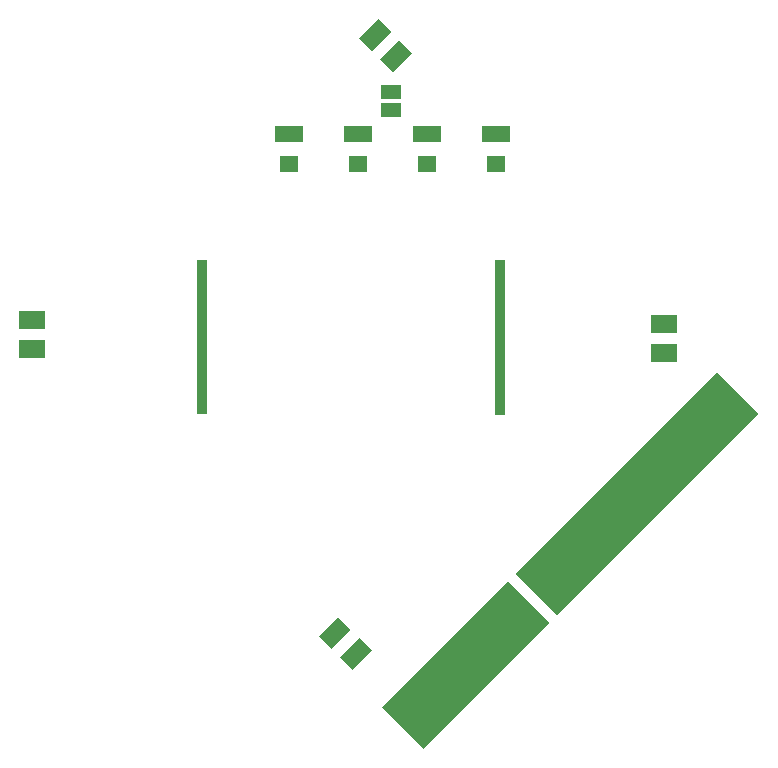
<source format=gts>
G04 (created by PCBNEW-RS274X (2012-01-19 BZR 3256)-stable) date Wed Aug 28 15:53:45 2013*
G01*
G70*
G90*
%MOIN*%
G04 Gerber Fmt 3.4, Leading zero omitted, Abs format*
%FSLAX34Y34*%
G04 APERTURE LIST*
%ADD10C,0.006000*%
%ADD11R,0.031800X0.024000*%
%ADD12R,0.090900X0.059400*%
%ADD13R,0.059400X0.055400*%
%ADD14R,0.045600X0.055400*%
%ADD15R,0.065000X0.045000*%
G04 APERTURE END LIST*
G54D10*
G36*
X61397Y-32976D02*
X60016Y-31595D01*
X60327Y-31284D01*
X61708Y-32665D01*
X61397Y-32976D01*
X61397Y-32976D01*
G37*
G36*
X61675Y-32698D02*
X60294Y-31317D01*
X60605Y-31006D01*
X61986Y-32387D01*
X61675Y-32698D01*
X61675Y-32698D01*
G37*
G36*
X65851Y-28522D02*
X64470Y-27141D01*
X64781Y-26830D01*
X66162Y-28211D01*
X65851Y-28522D01*
X65851Y-28522D01*
G37*
G36*
X65573Y-28800D02*
X64192Y-27419D01*
X64503Y-27108D01*
X65884Y-28489D01*
X65573Y-28800D01*
X65573Y-28800D01*
G37*
G36*
X65295Y-29078D02*
X63914Y-27697D01*
X64225Y-27386D01*
X65606Y-28767D01*
X65295Y-29078D01*
X65295Y-29078D01*
G37*
G36*
X65016Y-29357D02*
X63635Y-27976D01*
X63946Y-27665D01*
X65327Y-29046D01*
X65016Y-29357D01*
X65016Y-29357D01*
G37*
G36*
X64738Y-29635D02*
X63357Y-28254D01*
X63668Y-27943D01*
X65049Y-29324D01*
X64738Y-29635D01*
X64738Y-29635D01*
G37*
G36*
X64180Y-30193D02*
X62799Y-28812D01*
X63110Y-28501D01*
X64491Y-29882D01*
X64180Y-30193D01*
X64180Y-30193D01*
G37*
G36*
X63903Y-30470D02*
X62522Y-29089D01*
X62833Y-28778D01*
X64214Y-30159D01*
X63903Y-30470D01*
X63903Y-30470D01*
G37*
G36*
X63624Y-30749D02*
X62243Y-29368D01*
X62554Y-29057D01*
X63935Y-30438D01*
X63624Y-30749D01*
X63624Y-30749D01*
G37*
G36*
X63345Y-31028D02*
X61964Y-29647D01*
X62275Y-29336D01*
X63656Y-30717D01*
X63345Y-31028D01*
X63345Y-31028D01*
G37*
G36*
X63067Y-31306D02*
X61686Y-29925D01*
X61997Y-29614D01*
X63378Y-30995D01*
X63067Y-31306D01*
X63067Y-31306D01*
G37*
G36*
X69470Y-24903D02*
X68089Y-23522D01*
X68400Y-23211D01*
X69781Y-24592D01*
X69470Y-24903D01*
X69470Y-24903D01*
G37*
G36*
X62789Y-31584D02*
X61408Y-30203D01*
X61719Y-29892D01*
X63100Y-31273D01*
X62789Y-31584D01*
X62789Y-31584D01*
G37*
G36*
X62510Y-31863D02*
X61129Y-30482D01*
X61440Y-30171D01*
X62821Y-31552D01*
X62510Y-31863D01*
X62510Y-31863D01*
G37*
G36*
X62232Y-32141D02*
X60851Y-30760D01*
X61162Y-30449D01*
X62543Y-31830D01*
X62232Y-32141D01*
X62232Y-32141D01*
G37*
G36*
X69192Y-25181D02*
X67811Y-23800D01*
X68122Y-23489D01*
X69503Y-24870D01*
X69192Y-25181D01*
X69192Y-25181D01*
G37*
G36*
X68913Y-25460D02*
X67532Y-24079D01*
X67843Y-23768D01*
X69224Y-25149D01*
X68913Y-25460D01*
X68913Y-25460D01*
G37*
G36*
X68635Y-25738D02*
X67254Y-24357D01*
X67565Y-24046D01*
X68946Y-25427D01*
X68635Y-25738D01*
X68635Y-25738D01*
G37*
G36*
X68357Y-26016D02*
X66976Y-24635D01*
X67287Y-24324D01*
X68668Y-25705D01*
X68357Y-26016D01*
X68357Y-26016D01*
G37*
G36*
X68078Y-26295D02*
X66697Y-24914D01*
X67008Y-24603D01*
X68389Y-25984D01*
X68078Y-26295D01*
X68078Y-26295D01*
G37*
G36*
X67800Y-26573D02*
X66419Y-25192D01*
X66730Y-24881D01*
X68111Y-26262D01*
X67800Y-26573D01*
X67800Y-26573D01*
G37*
G36*
X67521Y-26852D02*
X66140Y-25471D01*
X66451Y-25160D01*
X67832Y-26541D01*
X67521Y-26852D01*
X67521Y-26852D01*
G37*
G36*
X67243Y-27130D02*
X65862Y-25749D01*
X66173Y-25438D01*
X67554Y-26819D01*
X67243Y-27130D01*
X67243Y-27130D01*
G37*
G36*
X66964Y-27409D02*
X65583Y-26028D01*
X65894Y-25717D01*
X67275Y-27098D01*
X66964Y-27409D01*
X66964Y-27409D01*
G37*
G36*
X66686Y-27687D02*
X65305Y-26306D01*
X65616Y-25995D01*
X66997Y-27376D01*
X66686Y-27687D01*
X66686Y-27687D01*
G37*
G36*
X66408Y-27965D02*
X65027Y-26584D01*
X65338Y-26273D01*
X66719Y-27654D01*
X66408Y-27965D01*
X66408Y-27965D01*
G37*
G36*
X66130Y-28243D02*
X64749Y-26862D01*
X65060Y-26551D01*
X66441Y-27932D01*
X66130Y-28243D01*
X66130Y-28243D01*
G37*
G36*
X61954Y-32419D02*
X60573Y-31038D01*
X60884Y-30727D01*
X62265Y-32108D01*
X61954Y-32419D01*
X61954Y-32419D01*
G37*
G36*
X71140Y-23233D02*
X69759Y-21852D01*
X70070Y-21541D01*
X71451Y-22922D01*
X71140Y-23233D01*
X71140Y-23233D01*
G37*
G36*
X70305Y-24068D02*
X68924Y-22687D01*
X69235Y-22376D01*
X70616Y-23757D01*
X70305Y-24068D01*
X70305Y-24068D01*
G37*
G36*
X70584Y-23789D02*
X69203Y-22408D01*
X69514Y-22097D01*
X70895Y-23478D01*
X70584Y-23789D01*
X70584Y-23789D01*
G37*
G36*
X70862Y-23511D02*
X69481Y-22130D01*
X69792Y-21819D01*
X71173Y-23200D01*
X70862Y-23511D01*
X70862Y-23511D01*
G37*
G36*
X60284Y-34089D02*
X58903Y-32708D01*
X59214Y-32397D01*
X60595Y-33778D01*
X60284Y-34089D01*
X60284Y-34089D01*
G37*
G36*
X70027Y-24346D02*
X68646Y-22965D01*
X68957Y-22654D01*
X70338Y-24035D01*
X70027Y-24346D01*
X70027Y-24346D01*
G37*
G36*
X69749Y-24624D02*
X68368Y-23243D01*
X68679Y-22932D01*
X70060Y-24313D01*
X69749Y-24624D01*
X69749Y-24624D01*
G37*
G36*
X61119Y-33254D02*
X59738Y-31873D01*
X60049Y-31562D01*
X61430Y-32943D01*
X61119Y-33254D01*
X61119Y-33254D01*
G37*
G36*
X60840Y-33533D02*
X59459Y-32152D01*
X59770Y-31841D01*
X61151Y-33222D01*
X60840Y-33533D01*
X60840Y-33533D01*
G37*
G36*
X60561Y-33812D02*
X59180Y-32431D01*
X59491Y-32120D01*
X60872Y-33501D01*
X60561Y-33812D01*
X60561Y-33812D01*
G37*
G54D11*
X62845Y-20446D03*
X62845Y-20525D03*
X62845Y-20643D03*
X62845Y-20722D03*
X62845Y-20800D03*
X62845Y-20879D03*
X62846Y-20958D03*
X62845Y-21037D03*
X62845Y-21115D03*
X62845Y-21194D03*
X62845Y-21274D03*
X62845Y-21430D03*
X62845Y-21509D03*
X62845Y-21588D03*
X62845Y-21666D03*
X62845Y-21745D03*
X62845Y-21824D03*
X62845Y-21903D03*
X62845Y-21981D03*
X62845Y-22100D03*
X62845Y-22178D03*
X62845Y-22257D03*
X62846Y-22336D03*
X62845Y-22415D03*
X62845Y-22493D03*
X62845Y-22572D03*
X62845Y-22651D03*
X62845Y-22769D03*
X62845Y-22848D03*
X62845Y-17887D03*
X62845Y-17966D03*
X62845Y-18084D03*
X62845Y-18163D03*
X62845Y-18241D03*
X62845Y-18320D03*
X62845Y-18398D03*
X62845Y-18478D03*
X62845Y-18556D03*
X62845Y-18635D03*
X62845Y-18714D03*
X62845Y-18871D03*
X62845Y-18950D03*
X62845Y-19029D03*
X62845Y-19107D03*
X62845Y-19186D03*
X62845Y-19265D03*
X62845Y-19344D03*
X62845Y-19422D03*
X62845Y-19541D03*
X62845Y-19619D03*
X62845Y-19698D03*
X62846Y-19777D03*
X62845Y-19855D03*
X62845Y-19934D03*
X62845Y-20013D03*
X62845Y-20091D03*
X62845Y-20210D03*
X62845Y-20289D03*
X52910Y-22844D03*
X52910Y-22765D03*
X52910Y-22647D03*
X52910Y-22568D03*
X52910Y-22489D03*
X52910Y-22411D03*
X52910Y-22332D03*
X52910Y-22253D03*
X52910Y-22174D03*
X52910Y-22096D03*
X52910Y-22017D03*
X52910Y-21859D03*
X52910Y-21781D03*
X52910Y-21702D03*
X52910Y-21623D03*
X52910Y-21545D03*
X52910Y-21466D03*
X52910Y-21387D03*
X52910Y-21308D03*
X52910Y-21190D03*
X52910Y-21111D03*
X52910Y-21033D03*
X52910Y-20954D03*
X52910Y-20875D03*
X52910Y-20796D03*
X52910Y-20718D03*
X52910Y-20639D03*
X52910Y-20521D03*
X52910Y-20442D03*
X52910Y-20293D03*
X52910Y-20214D03*
X52910Y-20096D03*
X52910Y-20017D03*
X52910Y-19938D03*
X52910Y-19859D03*
X52910Y-19781D03*
X52910Y-19702D03*
X52910Y-19623D03*
X52910Y-19545D03*
X52910Y-19466D03*
X52910Y-19308D03*
X52910Y-19230D03*
X52910Y-19151D03*
X52910Y-19072D03*
X52910Y-18993D03*
X52910Y-18915D03*
X52910Y-18836D03*
X52910Y-18757D03*
X52910Y-18639D03*
X52910Y-18560D03*
X52910Y-18482D03*
X52910Y-18403D03*
X52910Y-18324D03*
X52910Y-18245D03*
X52910Y-18167D03*
X52910Y-18088D03*
X52910Y-17970D03*
X52910Y-17891D03*
G54D12*
X47244Y-20768D03*
X47244Y-19784D03*
G54D10*
G36*
X58556Y-30812D02*
X57914Y-31454D01*
X57494Y-31034D01*
X58136Y-30392D01*
X58556Y-30812D01*
X58556Y-30812D01*
G37*
G36*
X57860Y-30116D02*
X57218Y-30758D01*
X56798Y-30338D01*
X57440Y-29696D01*
X57860Y-30116D01*
X57860Y-30116D01*
G37*
G36*
X59907Y-10883D02*
X59265Y-11525D01*
X58845Y-11105D01*
X59487Y-10463D01*
X59907Y-10883D01*
X59907Y-10883D01*
G37*
G36*
X59211Y-10187D02*
X58569Y-10829D01*
X58149Y-10409D01*
X58791Y-09767D01*
X59211Y-10187D01*
X59211Y-10187D01*
G37*
G54D12*
X68307Y-19921D03*
X68307Y-20905D03*
G54D13*
X55800Y-14592D03*
G54D14*
X56026Y-13608D03*
X55574Y-13608D03*
G54D13*
X58100Y-14592D03*
G54D14*
X58326Y-13608D03*
X57874Y-13608D03*
G54D13*
X60400Y-14592D03*
G54D14*
X60626Y-13608D03*
X60174Y-13608D03*
G54D13*
X62700Y-14592D03*
G54D14*
X62926Y-13608D03*
X62474Y-13608D03*
G54D15*
X59200Y-12800D03*
X59200Y-12200D03*
M02*

</source>
